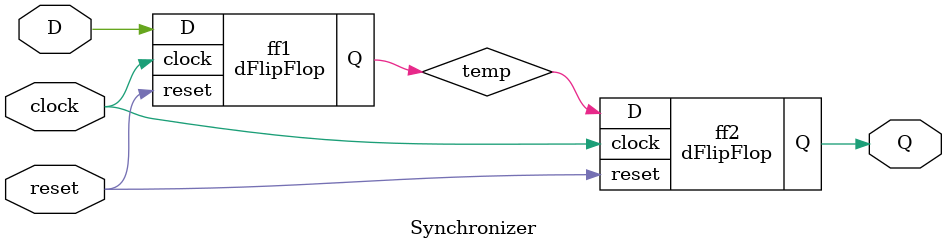
<source format=sv>

`default_nettype none

module MagComp
  #(parameter   WIDTH = 8)
  (output logic             AltB, AeqB, AgtB,
   input  logic [WIDTH-1:0] A, B);

  assign AeqB = (A == B);
  assign AltB = (A <  B);
  assign AgtB = (A >  B);

endmodule: MagComp

module Adder
  #(parameter WIDTH=8)
  (input  logic [WIDTH-1:0] A, B,
   input  logic             Cin,
   output logic [WIDTH-1:0] S,
   output logic             Cout);
   
   assign {Cout, S} = A + B + Cin;
   
endmodule : Adder

module Multiplexer
  #(parameter WIDTH=8)
  (input  logic [WIDTH-1:0]         I,
   input  logic [$clog2(WIDTH)-1:0] S,
   output logic                     Y);
   
   assign Y = I[S];
   
endmodule : Multiplexer

module Mux2to1
  #(parameter WIDTH = 8)
  (input  logic [WIDTH-1:0] I0, I1,
   input  logic             S,
   output logic [WIDTH-1:0] Y);
   
  assign Y = (S) ? I1 : I0;
  
endmodule : Mux2to1

module Decoder
  #(parameter WIDTH=8)
  (input  logic [$clog2(WIDTH)-1:0] I,
   input  logic                     en,
   output logic [WIDTH-1:0]         D);
   
  always_comb begin
    D = 0;
    if (en)
      D = 1'b1 << I;
  end
  
endmodule : Decoder

module Register
  #(parameter WIDTH=8)
  (input  logic [WIDTH-1:0] D,
   input  logic             en, clear, clock,
   output logic [WIDTH-1:0] Q);
   
  always_ff @(posedge clock)
    if (clear)
      Q <= 0;
    else if (en)
      Q <= D;
      
endmodule : Register

module Demux
  (input logic D,
   input logic [1:0] sel,
   output logic q1, q2, q3, q4);

  always_comb begin
    q1 = 0; q2 = 0; q3 = 0; q4 = 0;
    if (sel == 2'd0)
      q1 = D;
    else if (sel == 2'd1)
      q2 = D;
    else if (sel == 2'd2)
      q3 = D;
    else
      q4 = D;
  end

endmodule: Demux

module Counter
  #(parameter WIDTH=8, parameter START=0)
  (input logic [WIDTH - 1:0] D,
   input logic clock, en, clear, load, up,
   output logic [WIDTH - 1:0] Q);

  always_ff @(posedge clock)
    if (clear)
      Q <= START;
    else if (load)
      Q <= D;
    else if (en)
      if (up)
        Q <= Q + 1;
      else
        Q <= Q - 1;

endmodule: Counter

module ShiftRegister
  #(parameter WIDTH=8)
  (input logic [WIDTH - 1:0] D,
   input logic clock, en, left, load,
   output logic [WIDTH - 1:0] Q);

  always_ff @(posedge clock)
    if (load)
      Q <= D;
    else if (en)
      if (left)
        Q <= {Q[WIDTH - 2:0], 1'b0};
      else
        Q <= {1'b0, Q[WIDTH - 1:1]};

endmodule: ShiftRegister

module BarrelShiftRegister
  #(parameter WIDTH=8)
  (input logic [WIDTH - 1:0] D,
   input logic clock, en, load,
   input logic [1:0] by,
   output logic [WIDTH - 1:0] Q);

  always_ff @(posedge clock)
    if (load)
      Q <= D;
    else if (en)
      if (by == 2'b0)
        Q <= Q;
      else if (by == 2'b01)
        Q <= {Q[WIDTH - 2:0], 1'b0};
      else if (by == 2'b10)
        Q <= {Q[WIDTH - 3:0], 2'b0};
      else
        Q <= {Q[WIDTH - 4:0], 3'b0};

endmodule: BarrelShiftRegister

// LSB to MSB
module SIPORegister 
  #(parameter  WIDTH = 8)
  (input logic clock, reset, en,
   input logic [X-1:0] in,
   output logic [WIDTH - 1:0] out);
  
  always_ff @(posedge clock, posedge reset) begin
    if (reset) out <= '0;
    else if (en) out <= (out >> 1) | (in << (WIDTH - 1));
  end

  
endmodule: SIPORegister

module PISORegister 
  #(parameter  WIDTH = 8)
  (input logic clock, reset, en, load,
   input logic [WIDTH - 1:0] in,
   output logic out);

  logic [WIDTH - 1:0] Q;
  assign out = Q[0];
  
  always_ff @(posedge clock, posedge reset) begin
    if (reset) Q <= '0;
    else if (load) Q <= in;
    else if (en) Q <= Q >> 1;
  end
  
endmodule: PISORegister

module Memory
  #(parameter W = 256, AW = $clog2(W), DW = 16)
  (input logic [AW - 1:0] Addr,
   input logic clock, re, we,
   inout tri [DW - 1:0] Data);

  logic [DW - 1:0] M[W];
  logic [DW - 1:0] out;

  assign Data = (re) ? out : 'bz;

  always_ff @(posedge clock)
    if (we)
      M[Addr] <= Data;

  always_comb begin
    out = M[Addr];
  end

endmodule: Memory

module RangeCheck
  #(parameter WIDTH = 8)
  (input logic [WIDTH-1:0] val, high, low,
   output logic is_between);

  always_comb begin
    if (val <= high & val >= low)
      is_between = 1;
    else
      is_between = 0;
  end

endmodule: RangeCheck

module OffsetCheck
  #(parameter WIDTH = 8)
  (input logic [WIDTH-1:0] val, delta, low,
   output logic is_between);

  logic [WIDTH-1:0] high;

  assign high = low + delta;

  RangeCheck #(WIDTH) rc(.*);

endmodule: OffsetCheck

// creates flipflop with variable input and output sizes
module dFlipFlop
  (input  logic  D,
   input  logic  clock, reset,
   output logic  Q);

  always_ff @(posedge clock, posedge reset)
    if (reset)  Q <= 0;
    else        Q <= D;
endmodule: dFlipFlop

module Synchronizer
  (input  logic D, clock, reset,
   output logic Q);
    
  logic temp;
  dFlipFlop ff1(.Q(temp), .*);
  dFlipFlop ff2(.D(temp), .*);
endmodule: Synchronizer

</source>
